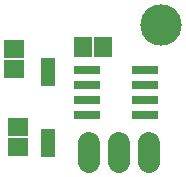
<source format=gts>
G75*
G70*
%OFA0B0*%
%FSLAX24Y24*%
%IPPOS*%
%LPD*%
%AMOC8*
5,1,8,0,0,1.08239X$1,22.5*
%
%ADD10R,0.0860X0.0300*%
%ADD11R,0.0671X0.0592*%
%ADD12R,0.0592X0.0671*%
%ADD13C,0.0720*%
%ADD14R,0.0500X0.0940*%
%ADD15C,0.1380*%
D10*
X004852Y008472D03*
X004852Y008972D03*
X004852Y009472D03*
X004852Y009972D03*
X006792Y009972D03*
X006792Y009472D03*
X006792Y008972D03*
X006792Y008472D03*
D11*
X002572Y008057D03*
X002572Y007387D03*
X002447Y010012D03*
X002447Y010682D03*
D12*
X004738Y010722D03*
X005407Y010722D03*
D13*
X004947Y007542D02*
X004947Y006902D01*
X005947Y006902D02*
X005947Y007542D01*
X006947Y007542D02*
X006947Y006902D01*
D14*
X003572Y007541D03*
X003572Y009903D03*
D15*
X007322Y011472D03*
M02*

</source>
